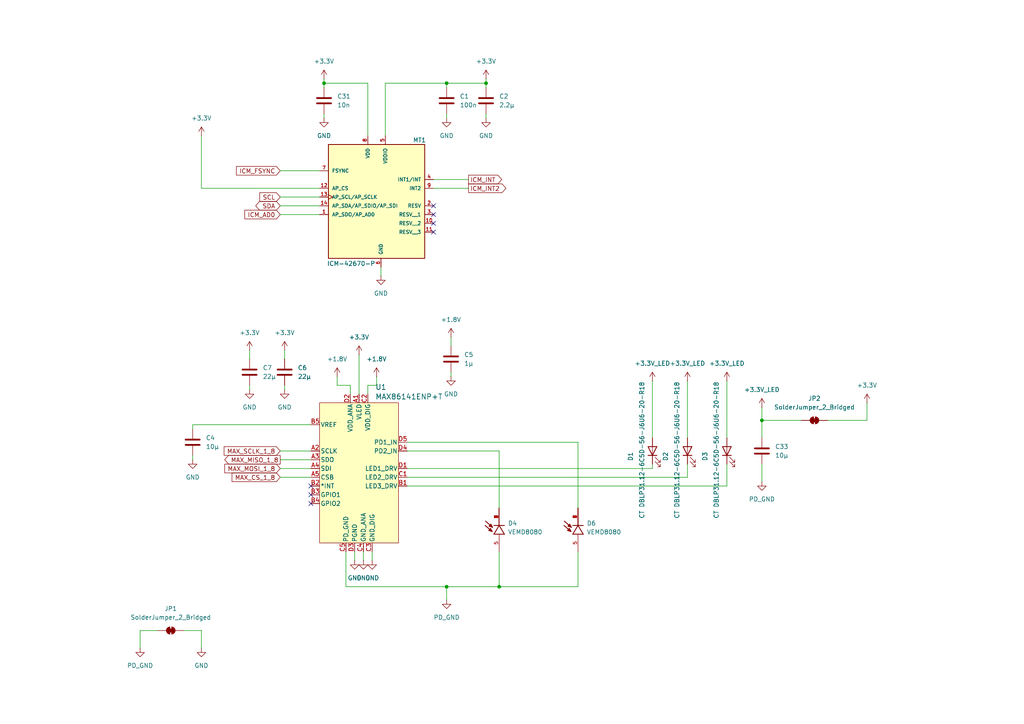
<source format=kicad_sch>
(kicad_sch (version 20250114) (generator "eeschema") (generator_version "9.0")
  (paper "A4")
  (title_block (title "HorseSense") (date "2025-11-01") (rev "1.0") (company "Philippe12"))
  (lib_symbols
    (symbol "2025-09-12_09-49-28:MAX86141ENP+T" (pin_names (offset 0.254))
      (property "Reference" "U" (at 14.478 25.146 0))
      (property "Value" "MAX86141ENP+T" (at 14.478 22.606 0))
      (symbol "MAX86141ENP+T_1_1"
        (rectangle (start -11.43 20.32) (end 11.43 -20.32) (fill (type background)))
        (pin power_in line (at -13.97 13.97 0) (length 2.54) (name "VREF") (number "B5"))
        (pin unspecified line (at -13.97 6.35 0) (length 2.54) (name "SCLK") (number "A2"))
        (pin unspecified line (at -13.97 3.81 0) (length 2.54) (name "SDO") (number "A3"))
        (pin unspecified line (at -13.97 1.27 0) (length 2.54) (name "SDI") (number "A4"))
        (pin unspecified line (at -13.97 -1.27 0) (length 2.54) (name "CSB") (number "A5"))
        (pin unspecified line (at -13.97 -3.81 0) (length 2.54) (name "*INT") (number "B2"))
        (pin bidirectional line (at -13.97 -6.35 0) (length 2.54) (name "GPIO1") (number "B3"))
        (pin bidirectional line (at -13.97 -8.89 0) (length 2.54) (name "GPIO2") (number "B4"))
        (pin power_out line (at -3.81 -22.86 90) (length 2.54) (name "PD_GND") (number "C5"))
        (pin power_in line (at -2.54 22.86 270) (length 2.54) (name "VDD_ANA") (number "D2"))
        (pin power_out line (at -1.27 -22.86 90) (length 2.54) (name "PGND") (number "D3"))
        (pin unspecified line (at 0 22.86 270) (length 2.54) (name "VLED") (number "A1"))
        (pin power_out line (at 1.27 -22.86 90) (length 2.54) (name "GND_ANA") (number "C4"))
        (pin power_in line (at 2.54 22.86 270) (length 2.54) (name "VDD_DIG") (number "C2"))
        (pin power_out line (at 3.81 -22.86 90) (length 2.54) (name "GND_DIG") (number "C3"))
        (pin bidirectional line (at 13.97 8.89 180) (length 2.54) (name "PD1_IN") (number "D5"))
        (pin bidirectional line (at 13.97 6.35 180) (length 2.54) (name "PD2_IN") (number "D4"))
        (pin bidirectional line (at 13.97 1.27 180) (length 2.54) (name "LED1_DRV") (number "D1"))
        (pin bidirectional line (at 13.97 -1.27 180) (length 2.54) (name "LED2_DRV") (number "C1"))
        (pin bidirectional line (at 13.97 -3.81 180) (length 2.54) (name "LED3_DRV") (number "B1"))
      )
    )
    (symbol "Device:C" (pin_numbers (hide yes)) (pin_names (offset 0.254))
      (property "Reference" "C" (at 0.635 2.54 0))
      (property "Value" "C" (at 0.635 -2.54 0))
      (symbol "C_0_1"
        (polyline (pts (xy -2.032 0.762) (xy 2.032 0.762)) (stroke (width 0.508)))
        (polyline (pts (xy -2.032 -0.762) (xy 2.032 -0.762)) (stroke (width 0.508)))
      )
      (symbol "C_1_1"
        (pin passive line (at 0 3.81 270) (length 2.794) (name "~") (number "1"))
        (pin passive line (at 0 -3.81 90) (length 2.794) (name "~") (number "2"))
      )
    )
    (symbol "Device:LED" (pin_numbers (hide yes)) (pin_names (offset 1.016) (hide yes))
      (property "Reference" "D" (at 0 2.54 0))
      (property "Value" "LED" (at 0 -2.54 0))
      (symbol "LED_0_1"
        (polyline (pts (xy -3.048 -0.762) (xy -4.572 -2.286) (xy -3.81 -2.286) (xy -4.572 -2.286) (xy -4.572 -1.524)))
        (polyline (pts (xy -1.778 -0.762) (xy -3.302 -2.286) (xy -2.54 -2.286) (xy -3.302 -2.286) (xy -3.302 -1.524)))
        (polyline (pts (xy -1.27 0) (xy 1.27 0)))
        (polyline (pts (xy -1.27 -1.27) (xy -1.27 1.27)) (stroke (width 0.254)))
        (polyline (pts (xy 1.27 -1.27) (xy 1.27 1.27) (xy -1.27 0) (xy 1.27 -1.27)) (stroke (width 0.254)))
      )
      (symbol "LED_1_1"
        (pin passive line (at -3.81 0 0) (length 2.54) (name "K") (number "1"))
        (pin passive line (at 3.81 0 180) (length 2.54) (name "A") (number "2"))
      )
    )
    (symbol "ICM-42670-P:ICM-42670-P" (pin_names (offset 1.016))
      (property "Reference" "MT" (at -13.97 17.78 0))
      (property "Value" "ICM-42670-P" (at -13.97 -19.05 0))
      (symbol "ICM-42670-P_0_0"
        (rectangle (start -13.97 16.51) (end 13.97 -16.51) (stroke (width 0.254)) (fill (type background)))
      )
      (symbol "ICM-42670-P_1_0"
        (pin input line (at -16.51 8.89 0) (length 2.54) (name "FSYNC") (number "7"))
        (pin input line (at -16.51 3.81 0) (length 2.54) (name "AP_CS") (number "12"))
        (pin input clock (at -16.51 1.27 0) (length 2.54) (name "AP_SCL/AP_SCLK") (number "13"))
        (pin bidirectional line (at -16.51 -1.27 0) (length 2.54) (name "AP_SDA/AP_SDIO/AP_SDI") (number "14"))
        (pin bidirectional line (at -16.51 -3.81 0) (length 2.54) (name "AP_SDO/AP_AD0") (number "1"))
        (pin power_in line (at -2.54 19.05 270) (length 2.54) (name "VDD") (number "8"))
        (pin power_in line (at 1.27 -19.05 90) (length 2.54) (name "GND") (number "6"))
        (pin power_in line (at 2.54 19.05 270) (length 2.54) (name "VDDIO") (number "5"))
        (pin output line (at 16.51 6.35 180) (length 2.54) (name "INT1/INT") (number "4"))
        (pin output line (at 16.51 3.81 180) (length 2.54) (name "INT2") (number "9"))
        (pin passive line (at 16.51 -1.27 180) (length 2.54) (name "RESV") (number "2"))
        (pin passive line (at 16.51 -3.81 180) (length 2.54) (name "RESV__1") (number "3"))
        (pin passive line (at 16.51 -6.35 180) (length 2.54) (name "RESV__2") (number "10"))
        (pin passive line (at 16.51 -8.89 180) (length 2.54) (name "RESV__3") (number "11"))
      )
    )
    (symbol "Jumper:SolderJumper_2_Bridged" (pin_numbers (hide yes)) (pin_names (offset 0) (hide yes)) (in_bom no)
      (property "Reference" "JP" (at 0 2.032 0))
      (property "Value" "SolderJumper_2_Bridged" (at 0 -2.54 0))
      (symbol "SolderJumper_2_Bridged_0_1"
        (rectangle (start -0.508 0.508) (end 0.508 -0.508) (fill (type outline)))
        (polyline (pts (xy -0.254 1.016) (xy -0.254 -1.016)))
        (arc (start -0.254 -1.016) (mid -1.2656 0) (end -0.254 1.016))
        (arc (start -0.254 -1.016) (mid -1.2656 0) (end -0.254 1.016) (fill (type outline)))
        (arc (start 0.254 1.016) (mid 1.2656 0) (end 0.254 -1.016))
        (arc (start 0.254 1.016) (mid 1.2656 0) (end 0.254 -1.016) (fill (type outline)))
        (polyline (pts (xy 0.254 1.016) (xy 0.254 -1.016)))
      )
      (symbol "SolderJumper_2_Bridged_1_1"
        (pin passive line (at -3.81 0 0) (length 2.54) (name "A") (number "1"))
        (pin passive line (at 3.81 0 180) (length 2.54) (name "B") (number "2"))
      )
    )
    (symbol "VEMD8080:VEMD8080" (pin_names (offset 1.016))
      (property "Reference" "D" (at -3.0988 4.4958 0))
      (property "Value" "VEMD8080" (at -3.556 -3.302 0))
      (symbol "VEMD8080_0_0"
        (polyline (pts (xy -2.54 1.524) (xy -2.54 -1.524)) (stroke (width 0.254)))
        (polyline (pts (xy -2.54 -1.524) (xy 0 0)) (stroke (width 0.254)))
        (polyline (pts (xy -1.778 2.032) (xy -1.4478 2.9972)) (stroke (width 0.254)))
        (polyline (pts (xy -1.778 2.032) (xy 0 4.064)) (stroke (width 0.254)))
        (polyline (pts (xy -1.4732 2.2606) (xy -1.3462 2.2606)) (stroke (width 0.254)))
        (polyline (pts (xy -1.4478 2.9972) (xy -1.4732 2.2606)) (stroke (width 0.254)))
        (polyline (pts (xy -1.4478 2.9972) (xy -0.889 2.5146)) (stroke (width 0.254)))
        (polyline (pts (xy -1.0668 2.5908) (xy -1.2954 2.4384)) (stroke (width 0.254)))
        (polyline (pts (xy -0.889 2.5146) (xy -1.778 2.032)) (stroke (width 0.254)))
        (polyline (pts (xy -0.5334 1.9304) (xy -0.2032 2.8956)) (stroke (width 0.254)))
        (polyline (pts (xy -0.5334 1.9304) (xy 1.2446 3.9624)) (stroke (width 0.254)))
        (polyline (pts (xy -0.2286 2.159) (xy -0.1016 2.159)) (stroke (width 0.254)))
        (polyline (pts (xy -0.2032 2.8956) (xy -0.2286 2.159)) (stroke (width 0.254)))
        (polyline (pts (xy -0.2032 2.8956) (xy 0.3556 2.413)) (stroke (width 0.254)))
        (polyline (pts (xy 0 1.524) (xy 0 -1.524)) (stroke (width 0.254)))
        (polyline (pts (xy 0 0) (xy -2.54 1.524)) (stroke (width 0.254)))
        (polyline (pts (xy 0.1778 2.4892) (xy -0.0508 2.3368)) (stroke (width 0.254)))
        (polyline (pts (xy 0.3556 2.413) (xy -0.5334 1.9304)) (stroke (width 0.254)))
        (pin passive line (at -7.62 0 0) (length 5.08) (name "~") (number "5"))
        (pin passive line (at 5.08 0 180) (length 5.08) (name "~") (number "1"))
        (pin passive line (at 5.08 0 180) (length 5.08) (name "~") (number "2"))
        (pin passive line (at 5.08 0 180) (length 5.08) (name "~") (number "3"))
        (pin passive line (at 5.08 0 180) (length 5.08) (name "~") (number "4"))
        (pin passive line (at 5.08 0 180) (length 5.08) (name "~") (number "6"))
        (pin passive line (at 5.08 0 180) (length 5.08) (name "~") (number "7"))
        (pin passive line (at 5.08 0 180) (length 5.08) (name "~") (number "8"))
      )
    )
    (symbol "power:+3.3V" (power) (pin_numbers (hide yes)) (pin_names (offset 0) (hide yes))
      (property "Value" "+3.3V" (at 0 3.556 0))
      (symbol "+3.3V_0_1"
        (polyline (pts (xy -0.762 1.27) (xy 0 2.54)))
        (polyline (pts (xy 0 2.54) (xy 0.762 1.27)))
        (polyline (pts (xy 0 0) (xy 0 2.54)))
      )
      (symbol "+3.3V_1_1"
        (pin power_in line (at 0 0 90) (length 0) (name "~") (number "1"))
      )
    )
    (symbol "power:GND" (power) (pin_numbers (hide yes)) (pin_names (offset 0) (hide yes))
      (property "Value" "GND" (at 0 -3.81 0))
      (symbol "GND_0_1"
        (polyline (pts (xy 0 0) (xy 0 -1.27) (xy 1.27 -1.27) (xy 0 -2.54) (xy -1.27 -1.27) (xy 0 -1.27)))
      )
      (symbol "GND_1_1"
        (pin power_in line (at 0 0 270) (length 0) (name "~") (number "1"))
      )
    )
  )
  (junction (at 93.98 24.13))
  (junction (at 220.98 121.92))
  (junction (at 140.97 24.13))
  (junction (at 129.54 24.13))
  (junction (at 129.54 170.18))
  (junction (at 144.78 170.18))
  (no_connect (at 125.73 67.31))
  (no_connect (at 90.17 140.97))
  (no_connect (at 90.17 146.05))
  (no_connect (at 90.17 143.51))
  (no_connect (at 125.73 59.69))
  (no_connect (at 125.73 64.77))
  (no_connect (at 125.73 62.23))
  (wire (pts (xy 118.11 130.81) (xy 144.78 130.81)))
  (wire (pts (xy 92.71 54.61) (xy 58.42 54.61)))
  (wire (pts (xy 72.39 101.6) (xy 72.39 104.14)))
  (wire (pts (xy 106.68 24.13) (xy 93.98 24.13)))
  (wire (pts (xy 110.49 77.47) (xy 110.49 80.01)))
  (wire (pts (xy 82.55 101.6) (xy 82.55 104.14)))
  (wire (pts (xy 81.28 57.15) (xy 92.71 57.15)))
  (wire (pts (xy 129.54 170.18) (xy 129.54 173.99)))
  (wire (pts (xy 140.97 24.13) (xy 140.97 22.86)))
  (wire (pts (xy 129.54 24.13) (xy 129.54 25.4)))
  (wire (pts (xy 81.28 133.35) (xy 90.17 133.35)))
  (wire (pts (xy 189.23 134.62) (xy 189.23 135.89)))
  (wire (pts (xy 251.46 116.84) (xy 251.46 121.92)))
  (wire (pts (xy 58.42 187.96) (xy 58.42 182.88)))
  (wire (pts (xy 97.79 111.76) (xy 101.6 111.76)))
  (wire (pts (xy 109.22 111.76) (xy 106.68 111.76)))
  (wire (pts (xy 199.39 134.62) (xy 199.39 138.43)))
  (wire (pts (xy 100.33 160.02) (xy 100.33 170.18)))
  (wire (pts (xy 55.88 123.19) (xy 90.17 123.19)))
  (wire (pts (xy 232.41 121.92) (xy 220.98 121.92)))
  (wire (pts (xy 97.79 109.22) (xy 97.79 111.76)))
  (wire (pts (xy 130.81 107.95) (xy 130.81 109.22)))
  (wire (pts (xy 81.28 62.23) (xy 92.71 62.23)))
  (wire (pts (xy 93.98 33.02) (xy 93.98 34.29)))
  (wire (pts (xy 81.28 135.89) (xy 90.17 135.89)))
  (wire (pts (xy 81.28 138.43) (xy 90.17 138.43)))
  (wire (pts (xy 111.76 24.13) (xy 129.54 24.13)))
  (wire (pts (xy 118.11 128.27) (xy 167.64 128.27)))
  (wire (pts (xy 100.33 170.18) (xy 129.54 170.18)))
  (wire (pts (xy 167.64 160.02) (xy 167.64 170.18)))
  (wire (pts (xy 167.64 128.27) (xy 167.64 147.32)))
  (wire (pts (xy 55.88 132.08) (xy 55.88 133.35)))
  (wire (pts (xy 102.87 160.02) (xy 102.87 162.56)))
  (wire (pts (xy 210.82 110.49) (xy 210.82 127)))
  (wire (pts (xy 109.22 111.76) (xy 109.22 109.22)))
  (wire (pts (xy 106.68 24.13) (xy 106.68 39.37)))
  (wire (pts (xy 140.97 24.13) (xy 140.97 25.4)))
  (wire (pts (xy 55.88 124.46) (xy 55.88 123.19)))
  (wire (pts (xy 199.39 138.43) (xy 118.11 138.43)))
  (wire (pts (xy 107.95 160.02) (xy 107.95 162.56)))
  (wire (pts (xy 189.23 135.89) (xy 118.11 135.89)))
  (wire (pts (xy 93.98 22.86) (xy 93.98 24.13)))
  (wire (pts (xy 81.28 130.81) (xy 90.17 130.81)))
  (wire (pts (xy 106.68 111.76) (xy 106.68 114.3)))
  (wire (pts (xy 189.23 110.49) (xy 189.23 127)))
  (wire (pts (xy 130.81 97.79) (xy 130.81 100.33)))
  (wire (pts (xy 220.98 118.11) (xy 220.98 121.92)))
  (wire (pts (xy 251.46 121.92) (xy 240.03 121.92)))
  (wire (pts (xy 40.64 182.88) (xy 40.64 187.96)))
  (wire (pts (xy 125.73 52.07) (xy 135.89 52.07)))
  (wire (pts (xy 199.39 110.49) (xy 199.39 127)))
  (wire (pts (xy 81.28 49.53) (xy 92.71 49.53)))
  (wire (pts (xy 45.72 182.88) (xy 40.64 182.88)))
  (wire (pts (xy 210.82 140.97) (xy 118.11 140.97)))
  (wire (pts (xy 58.42 182.88) (xy 53.34 182.88)))
  (wire (pts (xy 129.54 170.18) (xy 144.78 170.18)))
  (wire (pts (xy 105.41 160.02) (xy 105.41 162.56)))
  (wire (pts (xy 93.98 24.13) (xy 93.98 25.4)))
  (wire (pts (xy 220.98 121.92) (xy 220.98 127)))
  (wire (pts (xy 81.28 59.69) (xy 92.71 59.69)))
  (wire (pts (xy 58.42 39.37) (xy 58.42 54.61)))
  (wire (pts (xy 129.54 33.02) (xy 129.54 34.29)))
  (wire (pts (xy 125.73 54.61) (xy 135.89 54.61)))
  (wire (pts (xy 82.55 111.76) (xy 82.55 113.03)))
  (wire (pts (xy 144.78 170.18) (xy 167.64 170.18)))
  (wire (pts (xy 220.98 134.62) (xy 220.98 139.7)))
  (wire (pts (xy 101.6 111.76) (xy 101.6 114.3)))
  (wire (pts (xy 111.76 24.13) (xy 111.76 39.37)))
  (wire (pts (xy 104.14 102.87) (xy 104.14 114.3)))
  (wire (pts (xy 72.39 111.76) (xy 72.39 113.03)))
  (wire (pts (xy 144.78 160.02) (xy 144.78 170.18)))
  (wire (pts (xy 140.97 33.02) (xy 140.97 34.29)))
  (wire (pts (xy 210.82 134.62) (xy 210.82 140.97)))
  (wire (pts (xy 129.54 24.13) (xy 140.97 24.13)))
  (wire (pts (xy 144.78 130.81) (xy 144.78 147.32)))
  (global_label "MAX_MISO_1_8" (shape output) (at 81.28 133.35 180) (property "Intersheetrefs" "${INTERSHEET_REFS}" (effects (hide yes))))
  (global_label "ICM_INT2" (shape output) (at 135.89 54.61 0) (property "Intersheetrefs" "${INTERSHEET_REFS}" (effects (hide yes))))
  (global_label "SCL" (shape input) (at 81.28 57.15 180) (property "Intersheetrefs" "${INTERSHEET_REFS}" (effects (hide yes))))
  (global_label "MAX_SCLK_1_8" (shape input) (at 81.28 130.81 180) (property "Intersheetrefs" "${INTERSHEET_REFS}" (effects (hide yes))))
  (global_label "ICM_INT" (shape output) (at 135.89 52.07 0) (property "Intersheetrefs" "${INTERSHEET_REFS}" (effects (hide yes))))
  (global_label "MAX_MOSI_1_8" (shape input) (at 81.28 135.89 180) (property "Intersheetrefs" "${INTERSHEET_REFS}" (effects (hide yes))))
  (global_label "SDA" (shape bidirectional) (at 81.28 59.69 180) (property "Intersheetrefs" "${INTERSHEET_REFS}" (effects (hide yes))))
  (global_label "ICM_AD0" (shape input) (at 81.28 62.23 180) (property "Intersheetrefs" "${INTERSHEET_REFS}" (effects (hide yes))))
  (global_label "MAX_CS_1_8" (shape input) (at 81.28 138.43 180) (property "Intersheetrefs" "${INTERSHEET_REFS}" (effects (hide yes))))
  (global_label "ICM_FSYNC" (shape input) (at 81.28 49.53 180) (property "Intersheetrefs" "${INTERSHEET_REFS}" (effects (hide yes))))
  (symbol (lib_id "power:GND") (at 220.98 139.7 0) (unit 1)
    (property "Reference" "#PWR026" (effects (hide yes)))
    (property "Value" "PD_GND" (at 220.98 144.78 0))
    (property "Description" "Power symbol creates a global label with name \"GND\" , ground" (effects (hide yes)))
  )
  (symbol (lib_id "power:GND") (at 82.55 113.03 0) (unit 1)
    (property "Reference" "#PWR019" (effects (hide yes)))
    (property "Value" "GND" (at 82.55 118.11 0))
    (property "Description" "Power symbol creates a global label with name \"GND\" , ground" (effects (hide yes)))
  )
  (symbol (lib_id "power:+3.3V") (at 109.22 109.22 0) (unit 1)
    (property "Reference" "#PWR013" (effects (hide yes)))
    (property "Value" "+1.8V" (at 109.22 104.14 0))
    (property "Description" "Power symbol creates a global label with name \"+3.3V\"" (effects (hide yes)))
  )
  (symbol (lib_id "power:+3.3V") (at 93.98 22.86 0) (unit 1)
    (property "Reference" "#PWR01" (effects (hide yes)))
    (property "Value" "+3.3V" (at 93.98 17.78 0))
    (property "Description" "Power symbol creates a global label with name \"+3.3V\"" (effects (hide yes)))
  )
  (symbol (lib_id "power:GND") (at 129.54 173.99 0) (unit 1)
    (property "Reference" "#PWR016" (effects (hide yes)))
    (property "Value" "PD_GND" (at 129.54 179.07 0))
    (property "Description" "Power symbol creates a global label with name \"GND\" , ground" (effects (hide yes)))
  )
  (symbol (lib_id "power:+3.3V") (at 210.82 110.49 0) (unit 1)
    (property "Reference" "#PWR025" (effects (hide yes)))
    (property "Value" "+3.3V_LED" (at 210.82 105.41 0))
    (property "Description" "Power symbol creates a global label with name \"+3.3V\"" (effects (hide yes)))
  )
  (symbol (lib_id "power:+3.3V") (at 130.81 97.79 0) (unit 1)
    (property "Reference" "#PWR010" (effects (hide yes)))
    (property "Value" "+1.8V" (at 130.81 92.71 0))
    (property "Description" "Power symbol creates a global label with name \"+3.3V\"" (effects (hide yes)))
  )
  (symbol (lib_id "power:+3.3V") (at 140.97 22.86 0) (unit 1)
    (property "Reference" "#PWR03" (effects (hide yes)))
    (property "Value" "+3.3V" (at 140.97 17.78 0))
    (property "Description" "Power symbol creates a global label with name \"+3.3V\"" (effects (hide yes)))
  )
  (symbol (lib_id "power:+3.3V") (at 104.14 102.87 0) (unit 1)
    (property "Reference" "#PWR018" (effects (hide yes)))
    (property "Value" "+3.3V" (at 104.14 97.79 0))
    (property "Description" "Power symbol creates a global label with name \"+3.3V\"" (effects (hide yes)))
  )
  (symbol (lib_id "power:GND") (at 58.42 187.96 0) (unit 1)
    (property "Reference" "#PWR079" (effects (hide yes)))
    (property "Value" "GND" (at 58.42 193.04 0))
    (property "Description" "Power symbol creates a global label with name \"GND\" , ground" (effects (hide yes)))
  )
  (symbol (lib_id "power:+3.3V") (at 220.98 118.11 0) (unit 1)
    (property "Reference" "#PWR085" (effects (hide yes)))
    (property "Value" "+3.3V_LED" (at 220.98 113.03 0))
    (property "Description" "Power symbol creates a global label with name \"+3.3V\"" (effects (hide yes)))
  )
  (symbol (lib_id "power:+3.3V") (at 58.42 39.37 0) (unit 1)
    (property "Reference" "#PWR08" (effects (hide yes)))
    (property "Value" "+3.3V" (at 58.42 34.29 0))
    (property "Description" "Power symbol creates a global label with name \"+3.3V\"" (effects (hide yes)))
  )
  (symbol (lib_id "power:+3.3V") (at 189.23 110.49 0) (unit 1)
    (property "Reference" "#PWR023" (effects (hide yes)))
    (property "Value" "+3.3V_LED" (at 189.23 105.41 0))
    (property "Description" "Power symbol creates a global label with name \"+3.3V\"" (effects (hide yes)))
  )
  (symbol (lib_id "VEMD8080:VEMD8080") (at 167.64 152.4 90) (unit 1)
    (property "Reference" "D6" (at 170.18 151.7776 90) (effects (justify right)))
    (property "Value" "VEMD8080" (at 170.18 154.3176 90) (effects (justify right)))
    (property "Footprint" "Local:XDCR_VEMD8080" (effects (hide yes)))
    (property "PARTREV" "1.0" (effects (hide yes)))
    (property "STANDARD" "Manufacturer Recommendations" (effects (hide yes)))
    (property "MAXIMUM_PACKAGE_HEIGHT" "0.53mm" (effects (hide yes)))
    (property "MANUFACTURER" "VISHAY" (effects (hide yes)))
    (property "manf#" "VEMD8080" (effects (hide yes)))
    (property "JLCPCB Part #" "C511402" (effects (hide yes)))
  )
  (symbol (lib_id "power:GND") (at 40.64 187.96 0) (unit 1)
    (property "Reference" "#PWR027" (effects (hide yes)))
    (property "Value" "PD_GND" (at 40.64 193.04 0))
    (property "Description" "Power symbol creates a global label with name \"GND\" , ground" (effects (hide yes)))
  )
  (symbol (lib_id "Jumper:SolderJumper_2_Bridged") (at 49.53 182.88 0) (unit 1) (in_bom no)
    (property "Reference" "JP1" (at 49.53 176.53 0))
    (property "Value" "SolderJumper_2_Bridged" (at 49.53 179.07 0))
    (property "Footprint" "Jumper:SolderJumper-2_P1.3mm_Bridged2Bar_RoundedPad1.0x1.5mm" (effects (hide yes)))
    (property "Description" "Solder Jumper, 2-pole, closed/bridged" (effects (hide yes)))
  )
  (symbol (lib_id "Device:C") (at 130.81 104.14 0) (unit 1)
    (property "Reference" "C5" (at 134.62 102.8699 0) (effects (justify left)))
    (property "Value" "1µ" (at 134.62 105.4099 0) (effects (justify left)))
    (property "Footprint" "Capacitor_SMD:C_0805_2012Metric" (effects (hide yes)))
    (property "Description" "Unpolarized capacitor" (effects (hide yes)))
    (property "manf#" "CL21B105KAFNFNE" (effects (hide yes)))
    (property "gp" " CC1206KKX7R7BB105" (effects (hide yes)))
    (property "JLCPCB Part #" "C1712" (effects (hide yes)))
  )
  (symbol (lib_id "Device:C") (at 55.88 128.27 0) (unit 1)
    (property "Reference" "C4" (at 59.69 126.9999 0) (effects (justify left)))
    (property "Value" "10µ" (at 59.69 129.5399 0) (effects (justify left)))
    (property "Footprint" "Capacitor_SMD:C_0805_2012Metric" (effects (hide yes)))
    (property "Description" "Unpolarized capacitor" (effects (hide yes)))
    (property "manf#" "CL21B106KPQNNNE" (effects (hide yes)))
    (property "gp" " CC1206KKX7R7BB105" (effects (hide yes)))
    (property "JLCPCB Part #" "C32635" (effects (hide yes)))
  )
  (symbol (lib_id "Device:C") (at 129.54 29.21 0) (unit 1)
    (property "Reference" "C1" (at 133.35 27.9399 0) (effects (justify left)))
    (property "Value" "100n" (at 133.35 30.4799 0) (effects (justify left)))
    (property "Footprint" "Capacitor_SMD:C_0805_2012Metric" (effects (hide yes)))
    (property "Description" "Unpolarized capacitor" (effects (hide yes)))
    (property "manf#" "CL21B104KBCNNNC" (effects (hide yes)))
    (property "gp" " CC1206KKX7R7BB105" (effects (hide yes)))
    (property "JLCPCB Part #" "C1711" (effects (hide yes)))
  )
  (symbol (lib_id "Device:LED") (at 199.39 130.81 90) (unit 1)
    (property "Reference" "D2" (at 193.04 132.3975 0))
    (property "Value" "CT DBLP31.12-6C5D-56-J6U6-20-R18" (at 196.342 130.556 0))
    (property "Footprint" "Local:CTDBLP31126C5D56J6U620R18" (effects (hide yes)))
    (property "Description" "Light emitting diode" (effects (hide yes)))
    (property "Sim.Pins" "1=K 2=A" (effects (hide yes)))
    (property "manf#" "CT DBLP31.12-6C5D-56-J6U6-20-R18" (effects (hide yes)))
    (property "JLCPCB Part #" "C5344735" (effects (hide yes)))
  )
  (symbol (lib_id "power:GND") (at 102.87 162.56 0) (unit 1)
    (property "Reference" "#PWR080" (effects (hide yes)))
    (property "Value" "GND" (at 102.87 167.64 0))
    (property "Description" "Power symbol creates a global label with name \"GND\" , ground" (effects (hide yes)))
  )
  (symbol (lib_id "power:+3.3V") (at 72.39 101.6 0) (unit 1)
    (property "Reference" "#PWR022" (effects (hide yes)))
    (property "Value" "+3.3V" (at 72.39 96.52 0))
    (property "Description" "Power symbol creates a global label with name \"+3.3V\"" (effects (hide yes)))
  )
  (symbol (lib_id "Device:LED") (at 189.23 130.81 90) (unit 1)
    (property "Reference" "D1" (at 182.88 132.3975 0))
    (property "Value" "CT DBLP31.12-6C5D-56-J6U6-20-R18" (at 186.182 130.556 0))
    (property "Footprint" "Local:CTDBLP31126C5D56J6U620R18" (effects (hide yes)))
    (property "Description" "Light emitting diode" (effects (hide yes)))
    (property "Sim.Pins" "1=K 2=A" (effects (hide yes)))
    (property "manf#" "CT DBLP31.12-6C5D-56-J6U6-20-R18" (effects (hide yes)))
    (property "JLCPCB Part #" "C5344735" (effects (hide yes)))
  )
  (symbol (lib_id "2025-09-12_09-49-28:MAX86141ENP+T") (at 104.14 137.16 0) (unit 1)
    (property "Reference" "U1" (at 110.49 112.268 0) (effects (font (size 1.524 1.524))))
    (property "Value" "MAX86141ENP+T" (at 118.618 115.062 0) (effects (font (size 1.524 1.524))))
    (property "Footprint" "Local:21-100134_N201A2-1_MXM" (effects (hide yes)))
    (property "Datasheet" "MAX86141ENP+T" (effects (hide yes)))
    (property "JLCPCB Part #" "C5328762" (effects (hide yes)))
    (property "manf#" "MAX86141ENP+T" (effects (hide yes)))
  )
  (symbol (lib_id "power:GND") (at 107.95 162.56 0) (unit 1)
    (property "Reference" "#PWR015" (effects (hide yes)))
    (property "Value" "GND" (at 107.95 167.64 0))
    (property "Description" "Power symbol creates a global label with name \"GND\" , ground" (effects (hide yes)))
  )
  (symbol (lib_id "power:+3.3V") (at 97.79 109.22 0) (unit 1)
    (property "Reference" "#PWR012" (effects (hide yes)))
    (property "Value" "+1.8V" (at 97.79 104.14 0))
    (property "Description" "Power symbol creates a global label with name \"+3.3V\"" (effects (hide yes)))
  )
  (symbol (lib_id "power:+3.3V") (at 199.39 110.49 0) (unit 1)
    (property "Reference" "#PWR024" (effects (hide yes)))
    (property "Value" "+3.3V_LED" (at 199.39 105.41 0))
    (property "Description" "Power symbol creates a global label with name \"+3.3V\"" (effects (hide yes)))
  )
  (symbol (lib_id "power:GND") (at 110.49 80.01 0) (unit 1)
    (property "Reference" "#PWR017" (effects (hide yes)))
    (property "Value" "GND" (at 110.49 85.09 0))
    (property "Description" "Power symbol creates a global label with name \"GND\" , ground" (effects (hide yes)))
  )
  (symbol (lib_id "power:GND") (at 140.97 34.29 0) (unit 1)
    (property "Reference" "#PWR04" (effects (hide yes)))
    (property "Value" "GND" (at 140.97 39.37 0))
    (property "Description" "Power symbol creates a global label with name \"GND\" , ground" (effects (hide yes)))
  )
  (symbol (lib_id "power:GND") (at 129.54 34.29 0) (unit 1)
    (property "Reference" "#PWR02" (effects (hide yes)))
    (property "Value" "GND" (at 129.54 39.37 0))
    (property "Description" "Power symbol creates a global label with name \"GND\" , ground" (effects (hide yes)))
  )
  (symbol (lib_id "Device:LED") (at 210.82 130.81 90) (unit 1)
    (property "Reference" "D3" (at 204.47 132.3975 0))
    (property "Value" "CT DBLP31.12-6C5D-56-J6U6-20-R18" (at 207.772 130.556 0))
    (property "Footprint" "Local:CTDBLP31126C5D56J6U620R18" (effects (hide yes)))
    (property "Description" "Light emitting diode" (effects (hide yes)))
    (property "Sim.Pins" "1=K 2=A" (effects (hide yes)))
    (property "manf#" "CT DBLP31.12-6C5D-56-J6U6-20-R18" (effects (hide yes)))
    (property "JLCPCB Part #" "C5344735" (effects (hide yes)))
  )
  (symbol (lib_id "Device:C") (at 220.98 130.81 0) (unit 1)
    (property "Reference" "C33" (at 224.79 129.5399 0) (effects (justify left)))
    (property "Value" "10µ" (at 224.79 132.0799 0) (effects (justify left)))
    (property "Footprint" "Capacitor_SMD:C_0805_2012Metric" (effects (hide yes)))
    (property "Description" "Unpolarized capacitor" (effects (hide yes)))
    (property "manf#" "CL21B106KPQNNNE" (effects (hide yes)))
    (property "gp" " CC1206KKX7R7BB105" (effects (hide yes)))
    (property "JLCPCB Part #" "C32635" (effects (hide yes)))
  )
  (symbol (lib_id "VEMD8080:VEMD8080") (at 144.78 152.4 90) (unit 1)
    (property "Reference" "D4" (at 147.32 151.7776 90) (effects (justify right)))
    (property "Value" "VEMD8080" (at 147.32 154.3176 90) (effects (justify right)))
    (property "Footprint" "Local:XDCR_VEMD8080" (effects (hide yes)))
    (property "PARTREV" "1.0" (effects (hide yes)))
    (property "STANDARD" "Manufacturer Recommendations" (effects (hide yes)))
    (property "MAXIMUM_PACKAGE_HEIGHT" "0.53mm" (effects (hide yes)))
    (property "MANUFACTURER" "VISHAY" (effects (hide yes)))
    (property "manf#" "VEMD8080" (effects (hide yes)))
    (property "JLCPCB Part #" "C511402" (effects (hide yes)))
  )
  (symbol (lib_id "Device:C") (at 93.98 29.21 0) (unit 1)
    (property "Reference" "C31" (at 97.79 27.9399 0) (effects (justify left)))
    (property "Value" "10n" (at 97.79 30.4799 0) (effects (justify left)))
    (property "Footprint" "Capacitor_SMD:C_0805_2012Metric" (effects (hide yes)))
    (property "Description" "Unpolarized capacitor" (effects (hide yes)))
    (property "manf#" "CL21B103KBANNNC" (effects (hide yes)))
    (property "gp" " CC1206KKX7R7BB105" (effects (hide yes)))
    (property "JLCPCB Part #" " C1710" (effects (hide yes)))
  )
  (symbol (lib_id "power:+3.3V") (at 251.46 116.84 0) (unit 1)
    (property "Reference" "#PWR06" (effects (hide yes)))
    (property "Value" "+3.3V" (at 251.46 111.76 0))
    (property "Description" "Power symbol creates a global label with name \"+3.3V\"" (effects (hide yes)))
  )
  (symbol (lib_id "power:+3.3V") (at 82.55 101.6 0) (unit 1)
    (property "Reference" "#PWR021" (effects (hide yes)))
    (property "Value" "+3.3V" (at 82.55 96.52 0))
    (property "Description" "Power symbol creates a global label with name \"+3.3V\"" (effects (hide yes)))
  )
  (symbol (lib_id "power:GND") (at 105.41 162.56 0) (unit 1)
    (property "Reference" "#PWR014" (effects (hide yes)))
    (property "Value" "GND" (at 105.41 167.64 0))
    (property "Description" "Power symbol creates a global label with name \"GND\" , ground" (effects (hide yes)))
  )
  (symbol (lib_id "power:GND") (at 72.39 113.03 0) (unit 1)
    (property "Reference" "#PWR020" (effects (hide yes)))
    (property "Value" "GND" (at 72.39 118.11 0))
    (property "Description" "Power symbol creates a global label with name \"GND\" , ground" (effects (hide yes)))
  )
  (symbol (lib_id "power:GND") (at 55.88 133.35 0) (unit 1)
    (property "Reference" "#PWR09" (effects (hide yes)))
    (property "Value" "GND" (at 55.88 138.43 0))
    (property "Description" "Power symbol creates a global label with name \"GND\" , ground" (effects (hide yes)))
  )
  (symbol (lib_id "Device:C") (at 72.39 107.95 0) (unit 1)
    (property "Reference" "C7" (at 76.2 106.6799 0) (effects (justify left)))
    (property "Value" "22µ" (at 76.2 109.2199 0) (effects (justify left)))
    (property "Footprint" "Capacitor_SMD:C_0805_2012Metric" (effects (hide yes)))
    (property "Description" "Unpolarized capacitor" (effects (hide yes)))
    (property "manf#" "GRM21BZ71A226ME15L" (effects (hide yes)))
    (property "gp" " CC1206KKX7R7BB105" (effects (hide yes)))
    (property "JLCPCB Part #" "C907991" (effects (hide yes)))
  )
  (symbol (lib_id "power:GND") (at 130.81 109.22 0) (unit 1)
    (property "Reference" "#PWR011" (effects (hide yes)))
    (property "Value" "GND" (at 130.81 114.3 0))
    (property "Description" "Power symbol creates a global label with name \"GND\" , ground" (effects (hide yes)))
  )
  (symbol (lib_id "Device:C") (at 82.55 107.95 0) (unit 1)
    (property "Reference" "C6" (at 86.36 106.6799 0) (effects (justify left)))
    (property "Value" "22µ" (at 86.36 109.2199 0) (effects (justify left)))
    (property "Footprint" "Capacitor_SMD:C_0805_2012Metric" (effects (hide yes)))
    (property "Description" "Unpolarized capacitor" (effects (hide yes)))
    (property "manf#" "GRM21BZ71A226ME15L" (effects (hide yes)))
    (property "gp" " CC1206KKX7R7BB105" (effects (hide yes)))
    (property "JLCPCB Part #" "C907991" (effects (hide yes)))
  )
  (symbol (lib_id "ICM-42670-P:ICM-42670-P") (at 109.22 58.42 0) (unit 1)
    (property "Reference" "MT1" (at 121.666 40.64 0))
    (property "Value" "ICM-42670-P" (at 101.854 76.454 0))
    (property "Footprint" "Local:XDCR_ICM-42670-P" (effects (hide yes)))
    (property "PARTREV" "1.1" (effects (hide yes)))
    (property "STANDARD" "Manufacturer Recommendations" (effects (hide yes)))
    (property "MAXIMUM_PACKAGE_HEIGHT" "0.81 mm" (effects (hide yes)))
    (property "MANUFACTURER" "TDK InvenSense" (effects (hide yes)))
    (property "JLCPCB Part #" "C3288646" (effects (hide yes)))
    (property "manf#" "ICM-42670-P" (effects (hide yes)))
  )
  (symbol (lib_id "power:GND") (at 93.98 34.29 0) (unit 1)
    (property "Reference" "#PWR069" (effects (hide yes)))
    (property "Value" "GND" (at 93.98 39.37 0))
    (property "Description" "Power symbol creates a global label with name \"GND\" , ground" (effects (hide yes)))
  )
  (symbol (lib_id "Device:C") (at 140.97 29.21 0) (unit 1)
    (property "Reference" "C2" (at 144.78 27.9399 0) (effects (justify left)))
    (property "Value" "2.2µ" (at 144.78 30.4799 0) (effects (justify left)))
    (property "Footprint" "Capacitor_SMD:C_0805_2012Metric" (effects (hide yes)))
    (property "Description" "Unpolarized capacitor" (effects (hide yes)))
    (property "manf#" "CL21B225KAFNNNE" (effects (hide yes)))
    (property "gp" " CC1206KKX7R7BB105" (effects (hide yes)))
    (property "JLCPCB Part #" "C19110" (effects (hide yes)))
  )
  (symbol (lib_id "Jumper:SolderJumper_2_Bridged") (at 236.22 121.92 0) (unit 1) (in_bom no)
    (property "Reference" "JP2" (at 236.22 115.57 0))
    (property "Value" "SolderJumper_2_Bridged" (at 236.22 118.11 0))
    (property "Footprint" "Jumper:SolderJumper-2_P1.3mm_Bridged2Bar_RoundedPad1.0x1.5mm" (effects (hide yes)))
    (property "Description" "Solder Jumper, 2-pole, closed/bridged" (effects (hide yes)))
  )
)
</source>
